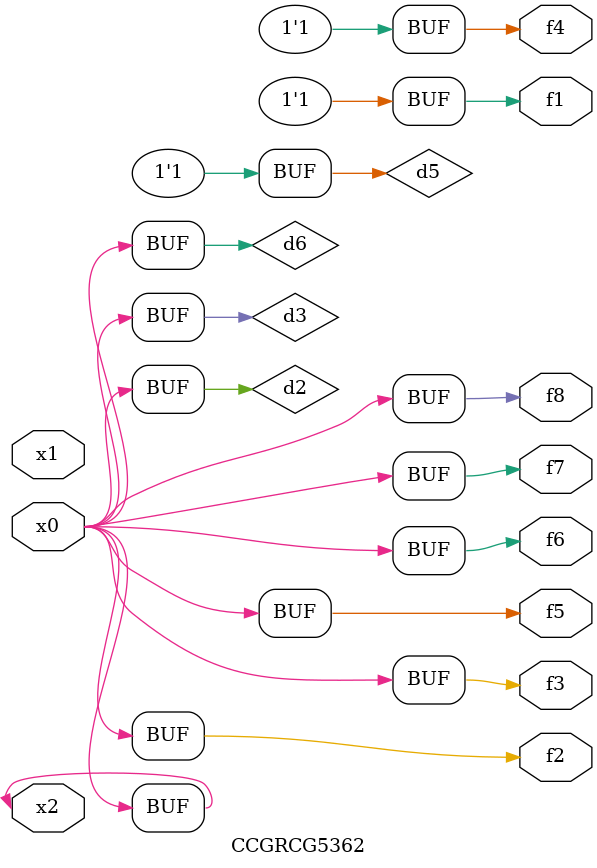
<source format=v>
module CCGRCG5362(
	input x0, x1, x2,
	output f1, f2, f3, f4, f5, f6, f7, f8
);

	wire d1, d2, d3, d4, d5, d6;

	xnor (d1, x2);
	buf (d2, x0, x2);
	and (d3, x0);
	xnor (d4, x1, x2);
	nand (d5, d1, d3);
	buf (d6, d2, d3);
	assign f1 = d5;
	assign f2 = d6;
	assign f3 = d6;
	assign f4 = d5;
	assign f5 = d6;
	assign f6 = d6;
	assign f7 = d6;
	assign f8 = d6;
endmodule

</source>
